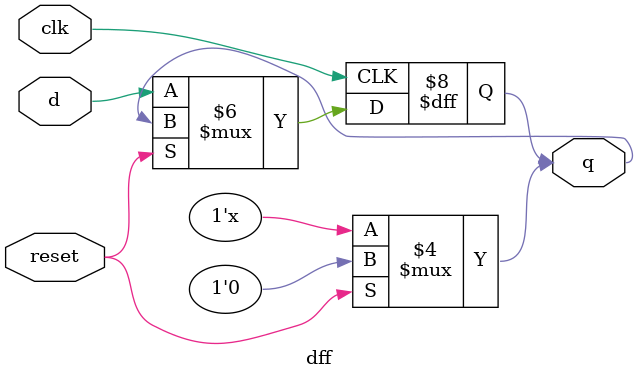
<source format=v>
module dff(d,clk,reset,q);
    input d,clk,reset;
    output reg q;

    always @(posedge clk)
        if (!reset)
            q <= d;

    always @(reset)
        if (reset)
            q <= 0;

endmodule

</source>
